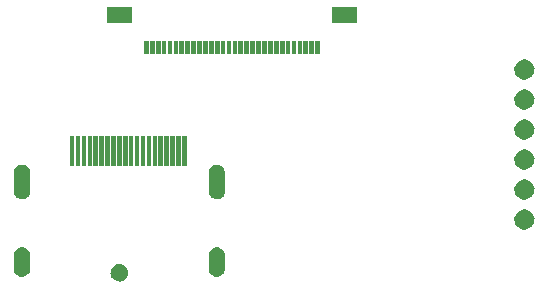
<source format=gts>
G04 #@! TF.FileFunction,Soldermask,Top*
%FSLAX46Y46*%
G04 Gerber Fmt 4.6, Leading zero omitted, Abs format (unit mm)*
G04 Created by KiCad (PCBNEW 4.0.7) date 09/28/18 02:57:55*
%MOMM*%
%LPD*%
G01*
G04 APERTURE LIST*
%ADD10C,0.100000*%
G04 APERTURE END LIST*
D10*
G36*
X139078776Y-111050498D02*
X139222851Y-111080072D01*
X139324547Y-111122822D01*
X139358444Y-111137071D01*
X139358445Y-111137072D01*
X139480383Y-111219319D01*
X139584021Y-111323683D01*
X139659265Y-111436936D01*
X139665415Y-111446193D01*
X139678310Y-111477477D01*
X139721465Y-111582178D01*
X139749998Y-111726284D01*
X139749998Y-111726287D01*
X139750032Y-111726459D01*
X139747686Y-111894455D01*
X139747648Y-111894622D01*
X139747648Y-111894627D01*
X139715101Y-112037884D01*
X139655278Y-112172248D01*
X139570491Y-112292441D01*
X139463983Y-112393867D01*
X139339795Y-112472679D01*
X139202664Y-112525869D01*
X139057821Y-112551409D01*
X138910765Y-112548328D01*
X138767115Y-112516744D01*
X138632335Y-112457861D01*
X138511554Y-112373915D01*
X138409387Y-112268119D01*
X138329708Y-112144481D01*
X138275564Y-112007730D01*
X138249013Y-111863066D01*
X138251067Y-111715994D01*
X138281648Y-111572120D01*
X138339587Y-111436938D01*
X138422685Y-111315577D01*
X138527775Y-111212666D01*
X138650844Y-111132131D01*
X138787221Y-111077031D01*
X138931698Y-111049471D01*
X139078776Y-111050498D01*
X139078776Y-111050498D01*
G37*
G36*
X130890729Y-109658246D02*
X130890730Y-109658246D01*
X130890755Y-109658249D01*
X131021261Y-109698648D01*
X131141435Y-109763626D01*
X131246700Y-109850708D01*
X131333045Y-109956578D01*
X131397182Y-110077203D01*
X131436669Y-110207988D01*
X131450000Y-110343952D01*
X131450000Y-111456169D01*
X131449944Y-111464094D01*
X131449932Y-111465822D01*
X131434703Y-111601586D01*
X131393395Y-111731807D01*
X131327579Y-111851525D01*
X131239764Y-111956179D01*
X131133294Y-112041783D01*
X131012225Y-112105077D01*
X130881167Y-112143649D01*
X130881146Y-112143651D01*
X130881142Y-112143652D01*
X130745114Y-112156032D01*
X130609271Y-112141754D01*
X130609270Y-112141754D01*
X130609245Y-112141751D01*
X130478739Y-112101352D01*
X130358565Y-112036374D01*
X130253300Y-111949292D01*
X130166955Y-111843422D01*
X130102818Y-111722797D01*
X130063331Y-111592012D01*
X130050000Y-111456048D01*
X130050000Y-110343831D01*
X130050061Y-110335195D01*
X130050068Y-110334178D01*
X130065297Y-110198414D01*
X130106605Y-110068193D01*
X130172421Y-109948475D01*
X130260236Y-109843821D01*
X130366706Y-109758217D01*
X130487775Y-109694923D01*
X130618833Y-109656351D01*
X130618854Y-109656349D01*
X130618858Y-109656348D01*
X130754886Y-109643968D01*
X130890729Y-109658246D01*
X130890729Y-109658246D01*
G37*
G36*
X147390729Y-109658246D02*
X147390730Y-109658246D01*
X147390755Y-109658249D01*
X147521261Y-109698648D01*
X147641435Y-109763626D01*
X147746700Y-109850708D01*
X147833045Y-109956578D01*
X147897182Y-110077203D01*
X147936669Y-110207988D01*
X147950000Y-110343952D01*
X147950000Y-111456169D01*
X147949944Y-111464094D01*
X147949932Y-111465822D01*
X147934703Y-111601586D01*
X147893395Y-111731807D01*
X147827579Y-111851525D01*
X147739764Y-111956179D01*
X147633294Y-112041783D01*
X147512225Y-112105077D01*
X147381167Y-112143649D01*
X147381146Y-112143651D01*
X147381142Y-112143652D01*
X147245114Y-112156032D01*
X147109271Y-112141754D01*
X147109270Y-112141754D01*
X147109245Y-112141751D01*
X146978739Y-112101352D01*
X146858565Y-112036374D01*
X146753300Y-111949292D01*
X146666955Y-111843422D01*
X146602818Y-111722797D01*
X146563331Y-111592012D01*
X146550000Y-111456048D01*
X146550000Y-110343831D01*
X146550061Y-110335195D01*
X146550068Y-110334178D01*
X146565297Y-110198414D01*
X146606605Y-110068193D01*
X146672421Y-109948475D01*
X146760236Y-109843821D01*
X146866706Y-109758217D01*
X146987775Y-109694923D01*
X147118833Y-109656351D01*
X147118854Y-109656349D01*
X147118858Y-109656348D01*
X147254886Y-109643968D01*
X147390729Y-109658246D01*
X147390729Y-109658246D01*
G37*
G36*
X173389384Y-106449565D02*
X173552862Y-106483122D01*
X173706717Y-106547797D01*
X173845074Y-106641120D01*
X173962669Y-106759539D01*
X174055024Y-106898545D01*
X174118622Y-107052845D01*
X174148686Y-107204681D01*
X174151037Y-107216555D01*
X174148375Y-107407175D01*
X174148337Y-107407342D01*
X174148337Y-107407347D01*
X174111402Y-107569917D01*
X174043521Y-107722380D01*
X173947318Y-107858756D01*
X173826466Y-107973842D01*
X173685554Y-108063267D01*
X173529957Y-108123619D01*
X173365607Y-108152599D01*
X173198748Y-108149103D01*
X173035753Y-108113266D01*
X172882823Y-108046453D01*
X172745780Y-107951205D01*
X172629848Y-107831156D01*
X172539442Y-107690871D01*
X172478007Y-107535704D01*
X172447880Y-107371559D01*
X172450211Y-107204681D01*
X172484909Y-107041435D01*
X172550653Y-106888045D01*
X172644940Y-106750341D01*
X172764182Y-106633571D01*
X172903825Y-106542191D01*
X173058567Y-106479671D01*
X173222499Y-106448400D01*
X173389384Y-106449565D01*
X173389384Y-106449565D01*
G37*
G36*
X173389384Y-103909565D02*
X173552862Y-103943122D01*
X173706717Y-104007797D01*
X173845074Y-104101120D01*
X173962669Y-104219539D01*
X174055024Y-104358545D01*
X174118622Y-104512845D01*
X174148686Y-104664681D01*
X174151037Y-104676555D01*
X174148375Y-104867175D01*
X174148337Y-104867342D01*
X174148337Y-104867347D01*
X174111402Y-105029917D01*
X174043521Y-105182380D01*
X173947318Y-105318756D01*
X173826466Y-105433842D01*
X173685554Y-105523267D01*
X173529957Y-105583619D01*
X173365607Y-105612599D01*
X173198748Y-105609103D01*
X173035753Y-105573266D01*
X172882823Y-105506453D01*
X172745780Y-105411205D01*
X172629848Y-105291156D01*
X172539442Y-105150871D01*
X172478007Y-104995704D01*
X172447880Y-104831559D01*
X172450211Y-104664681D01*
X172484909Y-104501435D01*
X172550653Y-104348045D01*
X172644940Y-104210341D01*
X172764182Y-104093571D01*
X172903825Y-104002191D01*
X173058567Y-103939671D01*
X173222499Y-103908400D01*
X173389384Y-103909565D01*
X173389384Y-103909565D01*
G37*
G36*
X147390729Y-102677278D02*
X147390730Y-102677278D01*
X147390755Y-102677281D01*
X147521261Y-102717680D01*
X147641435Y-102782658D01*
X147746700Y-102869740D01*
X147833045Y-102975610D01*
X147897182Y-103096235D01*
X147936669Y-103227020D01*
X147950000Y-103362984D01*
X147950000Y-104877137D01*
X147949944Y-104885062D01*
X147949932Y-104886790D01*
X147934703Y-105022554D01*
X147893395Y-105152775D01*
X147827579Y-105272493D01*
X147739764Y-105377147D01*
X147633294Y-105462751D01*
X147512225Y-105526045D01*
X147381167Y-105564617D01*
X147381146Y-105564619D01*
X147381142Y-105564620D01*
X147245114Y-105577000D01*
X147109271Y-105562722D01*
X147109270Y-105562722D01*
X147109245Y-105562719D01*
X146978739Y-105522320D01*
X146858565Y-105457342D01*
X146753300Y-105370260D01*
X146666955Y-105264390D01*
X146602818Y-105143765D01*
X146563331Y-105012980D01*
X146550000Y-104877016D01*
X146550000Y-103362863D01*
X146550061Y-103354227D01*
X146550068Y-103353210D01*
X146565297Y-103217446D01*
X146606605Y-103087225D01*
X146672421Y-102967507D01*
X146760236Y-102862853D01*
X146866706Y-102777249D01*
X146987775Y-102713955D01*
X147118833Y-102675383D01*
X147118854Y-102675381D01*
X147118858Y-102675380D01*
X147254886Y-102663000D01*
X147390729Y-102677278D01*
X147390729Y-102677278D01*
G37*
G36*
X130890729Y-102677278D02*
X130890730Y-102677278D01*
X130890755Y-102677281D01*
X131021261Y-102717680D01*
X131141435Y-102782658D01*
X131246700Y-102869740D01*
X131333045Y-102975610D01*
X131397182Y-103096235D01*
X131436669Y-103227020D01*
X131450000Y-103362984D01*
X131450000Y-104877137D01*
X131449944Y-104885062D01*
X131449932Y-104886790D01*
X131434703Y-105022554D01*
X131393395Y-105152775D01*
X131327579Y-105272493D01*
X131239764Y-105377147D01*
X131133294Y-105462751D01*
X131012225Y-105526045D01*
X130881167Y-105564617D01*
X130881146Y-105564619D01*
X130881142Y-105564620D01*
X130745114Y-105577000D01*
X130609271Y-105562722D01*
X130609270Y-105562722D01*
X130609245Y-105562719D01*
X130478739Y-105522320D01*
X130358565Y-105457342D01*
X130253300Y-105370260D01*
X130166955Y-105264390D01*
X130102818Y-105143765D01*
X130063331Y-105012980D01*
X130050000Y-104877016D01*
X130050000Y-103362863D01*
X130050061Y-103354227D01*
X130050068Y-103353210D01*
X130065297Y-103217446D01*
X130106605Y-103087225D01*
X130172421Y-102967507D01*
X130260236Y-102862853D01*
X130366706Y-102777249D01*
X130487775Y-102713955D01*
X130618833Y-102675383D01*
X130618854Y-102675381D01*
X130618858Y-102675380D01*
X130754886Y-102663000D01*
X130890729Y-102677278D01*
X130890729Y-102677278D01*
G37*
G36*
X173389384Y-101369565D02*
X173552862Y-101403122D01*
X173706717Y-101467797D01*
X173845074Y-101561120D01*
X173962669Y-101679539D01*
X174055024Y-101818545D01*
X174118622Y-101972845D01*
X174148686Y-102124681D01*
X174151037Y-102136555D01*
X174148375Y-102327175D01*
X174148337Y-102327342D01*
X174148337Y-102327347D01*
X174111402Y-102489917D01*
X174043521Y-102642380D01*
X173947318Y-102778756D01*
X173826466Y-102893842D01*
X173685554Y-102983267D01*
X173529957Y-103043619D01*
X173365607Y-103072599D01*
X173198748Y-103069103D01*
X173035753Y-103033266D01*
X172882823Y-102966453D01*
X172745780Y-102871205D01*
X172629848Y-102751156D01*
X172539442Y-102610871D01*
X172478007Y-102455704D01*
X172447880Y-102291559D01*
X172450211Y-102124681D01*
X172484909Y-101961435D01*
X172550653Y-101808045D01*
X172644940Y-101670341D01*
X172764182Y-101553571D01*
X172903825Y-101462191D01*
X173058567Y-101399671D01*
X173222499Y-101368400D01*
X173389384Y-101369565D01*
X173389384Y-101369565D01*
G37*
G36*
X137690000Y-102770000D02*
X137310000Y-102770000D01*
X137310000Y-100270000D01*
X137690000Y-100270000D01*
X137690000Y-102770000D01*
X137690000Y-102770000D01*
G37*
G36*
X141190000Y-102770000D02*
X140810000Y-102770000D01*
X140810000Y-100270000D01*
X141190000Y-100270000D01*
X141190000Y-102770000D01*
X141190000Y-102770000D01*
G37*
G36*
X138190000Y-102770000D02*
X137810000Y-102770000D01*
X137810000Y-100270000D01*
X138190000Y-100270000D01*
X138190000Y-102770000D01*
X138190000Y-102770000D01*
G37*
G36*
X138690000Y-102770000D02*
X138310000Y-102770000D01*
X138310000Y-100270000D01*
X138690000Y-100270000D01*
X138690000Y-102770000D01*
X138690000Y-102770000D01*
G37*
G36*
X142190000Y-102770000D02*
X141810000Y-102770000D01*
X141810000Y-100270000D01*
X142190000Y-100270000D01*
X142190000Y-102770000D01*
X142190000Y-102770000D01*
G37*
G36*
X141690000Y-102770000D02*
X141310000Y-102770000D01*
X141310000Y-100270000D01*
X141690000Y-100270000D01*
X141690000Y-102770000D01*
X141690000Y-102770000D01*
G37*
G36*
X140690000Y-102770000D02*
X140310000Y-102770000D01*
X140310000Y-100270000D01*
X140690000Y-100270000D01*
X140690000Y-102770000D01*
X140690000Y-102770000D01*
G37*
G36*
X140190000Y-102770000D02*
X139810000Y-102770000D01*
X139810000Y-100270000D01*
X140190000Y-100270000D01*
X140190000Y-102770000D01*
X140190000Y-102770000D01*
G37*
G36*
X139690000Y-102770000D02*
X139310000Y-102770000D01*
X139310000Y-100270000D01*
X139690000Y-100270000D01*
X139690000Y-102770000D01*
X139690000Y-102770000D01*
G37*
G36*
X139190000Y-102770000D02*
X138810000Y-102770000D01*
X138810000Y-100270000D01*
X139190000Y-100270000D01*
X139190000Y-102770000D01*
X139190000Y-102770000D01*
G37*
G36*
X136690000Y-102770000D02*
X136310000Y-102770000D01*
X136310000Y-100270000D01*
X136690000Y-100270000D01*
X136690000Y-102770000D01*
X136690000Y-102770000D01*
G37*
G36*
X136190000Y-102770000D02*
X135810000Y-102770000D01*
X135810000Y-100270000D01*
X136190000Y-100270000D01*
X136190000Y-102770000D01*
X136190000Y-102770000D01*
G37*
G36*
X135690000Y-102770000D02*
X135310000Y-102770000D01*
X135310000Y-100270000D01*
X135690000Y-100270000D01*
X135690000Y-102770000D01*
X135690000Y-102770000D01*
G37*
G36*
X135190000Y-102770000D02*
X134810000Y-102770000D01*
X134810000Y-100270000D01*
X135190000Y-100270000D01*
X135190000Y-102770000D01*
X135190000Y-102770000D01*
G37*
G36*
X137190000Y-102770000D02*
X136810000Y-102770000D01*
X136810000Y-100270000D01*
X137190000Y-100270000D01*
X137190000Y-102770000D01*
X137190000Y-102770000D01*
G37*
G36*
X142690000Y-102770000D02*
X142310000Y-102770000D01*
X142310000Y-100270000D01*
X142690000Y-100270000D01*
X142690000Y-102770000D01*
X142690000Y-102770000D01*
G37*
G36*
X143190000Y-102770000D02*
X142810000Y-102770000D01*
X142810000Y-100270000D01*
X143190000Y-100270000D01*
X143190000Y-102770000D01*
X143190000Y-102770000D01*
G37*
G36*
X143690000Y-102770000D02*
X143310000Y-102770000D01*
X143310000Y-100270000D01*
X143690000Y-100270000D01*
X143690000Y-102770000D01*
X143690000Y-102770000D01*
G37*
G36*
X144690000Y-102770000D02*
X144310000Y-102770000D01*
X144310000Y-100270000D01*
X144690000Y-100270000D01*
X144690000Y-102770000D01*
X144690000Y-102770000D01*
G37*
G36*
X144190000Y-102770000D02*
X143810000Y-102770000D01*
X143810000Y-100270000D01*
X144190000Y-100270000D01*
X144190000Y-102770000D01*
X144190000Y-102770000D01*
G37*
G36*
X173389384Y-98829565D02*
X173552862Y-98863122D01*
X173706717Y-98927797D01*
X173845074Y-99021120D01*
X173962669Y-99139539D01*
X174055024Y-99278545D01*
X174118622Y-99432845D01*
X174148686Y-99584681D01*
X174151037Y-99596555D01*
X174148375Y-99787175D01*
X174148337Y-99787342D01*
X174148337Y-99787347D01*
X174111402Y-99949917D01*
X174043521Y-100102380D01*
X173947318Y-100238756D01*
X173826466Y-100353842D01*
X173685554Y-100443267D01*
X173529957Y-100503619D01*
X173365607Y-100532599D01*
X173198748Y-100529103D01*
X173035753Y-100493266D01*
X172882823Y-100426453D01*
X172745780Y-100331205D01*
X172629848Y-100211156D01*
X172539442Y-100070871D01*
X172478007Y-99915704D01*
X172447880Y-99751559D01*
X172450211Y-99584681D01*
X172484909Y-99421435D01*
X172550653Y-99268045D01*
X172644940Y-99130341D01*
X172764182Y-99013571D01*
X172903825Y-98922191D01*
X173058567Y-98859671D01*
X173222499Y-98828400D01*
X173389384Y-98829565D01*
X173389384Y-98829565D01*
G37*
G36*
X173389384Y-96289565D02*
X173552862Y-96323122D01*
X173706717Y-96387797D01*
X173845074Y-96481120D01*
X173962669Y-96599539D01*
X174055024Y-96738545D01*
X174118622Y-96892845D01*
X174148686Y-97044681D01*
X174151037Y-97056555D01*
X174148375Y-97247175D01*
X174148337Y-97247342D01*
X174148337Y-97247347D01*
X174111402Y-97409917D01*
X174043521Y-97562380D01*
X173947318Y-97698756D01*
X173826466Y-97813842D01*
X173685554Y-97903267D01*
X173529957Y-97963619D01*
X173365607Y-97992599D01*
X173198748Y-97989103D01*
X173035753Y-97953266D01*
X172882823Y-97886453D01*
X172745780Y-97791205D01*
X172629848Y-97671156D01*
X172539442Y-97530871D01*
X172478007Y-97375704D01*
X172447880Y-97211559D01*
X172450211Y-97044681D01*
X172484909Y-96881435D01*
X172550653Y-96728045D01*
X172644940Y-96590341D01*
X172764182Y-96473571D01*
X172903825Y-96382191D01*
X173058567Y-96319671D01*
X173222499Y-96288400D01*
X173389384Y-96289565D01*
X173389384Y-96289565D01*
G37*
G36*
X173389384Y-93749565D02*
X173552862Y-93783122D01*
X173706717Y-93847797D01*
X173845074Y-93941120D01*
X173962669Y-94059539D01*
X174055024Y-94198545D01*
X174118622Y-94352845D01*
X174148686Y-94504681D01*
X174151037Y-94516555D01*
X174148375Y-94707175D01*
X174148337Y-94707342D01*
X174148337Y-94707347D01*
X174111402Y-94869917D01*
X174043521Y-95022380D01*
X173947318Y-95158756D01*
X173826466Y-95273842D01*
X173685554Y-95363267D01*
X173529957Y-95423619D01*
X173365607Y-95452599D01*
X173198748Y-95449103D01*
X173035753Y-95413266D01*
X172882823Y-95346453D01*
X172745780Y-95251205D01*
X172629848Y-95131156D01*
X172539442Y-94990871D01*
X172478007Y-94835704D01*
X172447880Y-94671559D01*
X172450211Y-94504681D01*
X172484909Y-94341435D01*
X172550653Y-94188045D01*
X172644940Y-94050341D01*
X172764182Y-93933571D01*
X172903825Y-93842191D01*
X173058567Y-93779671D01*
X173222499Y-93748400D01*
X173389384Y-93749565D01*
X173389384Y-93749565D01*
G37*
G36*
X155485000Y-93250000D02*
X155085000Y-93250000D01*
X155085000Y-92150000D01*
X155485000Y-92150000D01*
X155485000Y-93250000D01*
X155485000Y-93250000D01*
G37*
G36*
X155985000Y-93250000D02*
X155585000Y-93250000D01*
X155585000Y-92150000D01*
X155985000Y-92150000D01*
X155985000Y-93250000D01*
X155985000Y-93250000D01*
G37*
G36*
X147485000Y-93250000D02*
X147085000Y-93250000D01*
X147085000Y-92150000D01*
X147485000Y-92150000D01*
X147485000Y-93250000D01*
X147485000Y-93250000D01*
G37*
G36*
X147985000Y-93250000D02*
X147585000Y-93250000D01*
X147585000Y-92150000D01*
X147985000Y-92150000D01*
X147985000Y-93250000D01*
X147985000Y-93250000D01*
G37*
G36*
X148485000Y-93250000D02*
X148085000Y-93250000D01*
X148085000Y-92150000D01*
X148485000Y-92150000D01*
X148485000Y-93250000D01*
X148485000Y-93250000D01*
G37*
G36*
X148985000Y-93250000D02*
X148585000Y-93250000D01*
X148585000Y-92150000D01*
X148985000Y-92150000D01*
X148985000Y-93250000D01*
X148985000Y-93250000D01*
G37*
G36*
X149485000Y-93250000D02*
X149085000Y-93250000D01*
X149085000Y-92150000D01*
X149485000Y-92150000D01*
X149485000Y-93250000D01*
X149485000Y-93250000D01*
G37*
G36*
X149985000Y-93250000D02*
X149585000Y-93250000D01*
X149585000Y-92150000D01*
X149985000Y-92150000D01*
X149985000Y-93250000D01*
X149985000Y-93250000D01*
G37*
G36*
X150485000Y-93250000D02*
X150085000Y-93250000D01*
X150085000Y-92150000D01*
X150485000Y-92150000D01*
X150485000Y-93250000D01*
X150485000Y-93250000D01*
G37*
G36*
X150985000Y-93250000D02*
X150585000Y-93250000D01*
X150585000Y-92150000D01*
X150985000Y-92150000D01*
X150985000Y-93250000D01*
X150985000Y-93250000D01*
G37*
G36*
X151485000Y-93250000D02*
X151085000Y-93250000D01*
X151085000Y-92150000D01*
X151485000Y-92150000D01*
X151485000Y-93250000D01*
X151485000Y-93250000D01*
G37*
G36*
X151985000Y-93250000D02*
X151585000Y-93250000D01*
X151585000Y-92150000D01*
X151985000Y-92150000D01*
X151985000Y-93250000D01*
X151985000Y-93250000D01*
G37*
G36*
X152485000Y-93250000D02*
X152085000Y-93250000D01*
X152085000Y-92150000D01*
X152485000Y-92150000D01*
X152485000Y-93250000D01*
X152485000Y-93250000D01*
G37*
G36*
X152985000Y-93250000D02*
X152585000Y-93250000D01*
X152585000Y-92150000D01*
X152985000Y-92150000D01*
X152985000Y-93250000D01*
X152985000Y-93250000D01*
G37*
G36*
X146985000Y-93250000D02*
X146585000Y-93250000D01*
X146585000Y-92150000D01*
X146985000Y-92150000D01*
X146985000Y-93250000D01*
X146985000Y-93250000D01*
G37*
G36*
X154485000Y-93250000D02*
X154085000Y-93250000D01*
X154085000Y-92150000D01*
X154485000Y-92150000D01*
X154485000Y-93250000D01*
X154485000Y-93250000D01*
G37*
G36*
X146485000Y-93250000D02*
X146085000Y-93250000D01*
X146085000Y-92150000D01*
X146485000Y-92150000D01*
X146485000Y-93250000D01*
X146485000Y-93250000D01*
G37*
G36*
X145985000Y-93250000D02*
X145585000Y-93250000D01*
X145585000Y-92150000D01*
X145985000Y-92150000D01*
X145985000Y-93250000D01*
X145985000Y-93250000D01*
G37*
G36*
X145485000Y-93250000D02*
X145085000Y-93250000D01*
X145085000Y-92150000D01*
X145485000Y-92150000D01*
X145485000Y-93250000D01*
X145485000Y-93250000D01*
G37*
G36*
X144985000Y-93250000D02*
X144585000Y-93250000D01*
X144585000Y-92150000D01*
X144985000Y-92150000D01*
X144985000Y-93250000D01*
X144985000Y-93250000D01*
G37*
G36*
X144485000Y-93250000D02*
X144085000Y-93250000D01*
X144085000Y-92150000D01*
X144485000Y-92150000D01*
X144485000Y-93250000D01*
X144485000Y-93250000D01*
G37*
G36*
X143985000Y-93250000D02*
X143585000Y-93250000D01*
X143585000Y-92150000D01*
X143985000Y-92150000D01*
X143985000Y-93250000D01*
X143985000Y-93250000D01*
G37*
G36*
X143485000Y-93250000D02*
X143085000Y-93250000D01*
X143085000Y-92150000D01*
X143485000Y-92150000D01*
X143485000Y-93250000D01*
X143485000Y-93250000D01*
G37*
G36*
X142985000Y-93250000D02*
X142585000Y-93250000D01*
X142585000Y-92150000D01*
X142985000Y-92150000D01*
X142985000Y-93250000D01*
X142985000Y-93250000D01*
G37*
G36*
X142485000Y-93250000D02*
X142085000Y-93250000D01*
X142085000Y-92150000D01*
X142485000Y-92150000D01*
X142485000Y-93250000D01*
X142485000Y-93250000D01*
G37*
G36*
X141985000Y-93250000D02*
X141585000Y-93250000D01*
X141585000Y-92150000D01*
X141985000Y-92150000D01*
X141985000Y-93250000D01*
X141985000Y-93250000D01*
G37*
G36*
X141485000Y-93250000D02*
X141085000Y-93250000D01*
X141085000Y-92150000D01*
X141485000Y-92150000D01*
X141485000Y-93250000D01*
X141485000Y-93250000D01*
G37*
G36*
X153485000Y-93250000D02*
X153085000Y-93250000D01*
X153085000Y-92150000D01*
X153485000Y-92150000D01*
X153485000Y-93250000D01*
X153485000Y-93250000D01*
G37*
G36*
X153985000Y-93250000D02*
X153585000Y-93250000D01*
X153585000Y-92150000D01*
X153985000Y-92150000D01*
X153985000Y-93250000D01*
X153985000Y-93250000D01*
G37*
G36*
X154985000Y-93250000D02*
X154585000Y-93250000D01*
X154585000Y-92150000D01*
X154985000Y-92150000D01*
X154985000Y-93250000D01*
X154985000Y-93250000D01*
G37*
G36*
X159135000Y-90700000D02*
X157035000Y-90700000D01*
X157035000Y-89300000D01*
X159135000Y-89300000D01*
X159135000Y-90700000D01*
X159135000Y-90700000D01*
G37*
G36*
X140035000Y-90700000D02*
X137935000Y-90700000D01*
X137935000Y-89300000D01*
X140035000Y-89300000D01*
X140035000Y-90700000D01*
X140035000Y-90700000D01*
G37*
M02*

</source>
